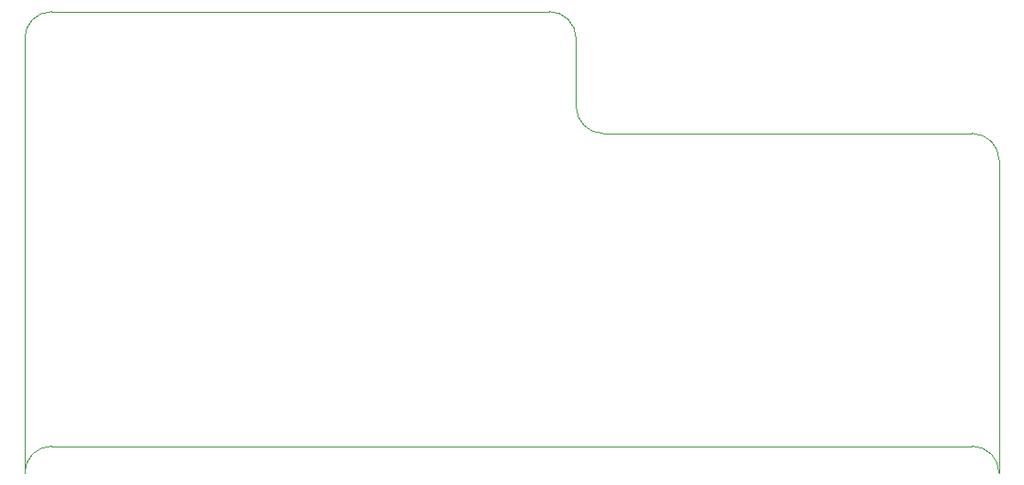
<source format=gbr>
%TF.GenerationSoftware,KiCad,Pcbnew,9.0.2*%
%TF.CreationDate,2025-07-24T16:09:36+02:00*%
%TF.ProjectId,Oscilli,4f736369-6c6c-4692-9e6b-696361645f70,rev?*%
%TF.SameCoordinates,Original*%
%TF.FileFunction,Profile,NP*%
%FSLAX46Y46*%
G04 Gerber Fmt 4.6, Leading zero omitted, Abs format (unit mm)*
G04 Created by KiCad (PCBNEW 9.0.2) date 2025-07-24 16:09:36*
%MOMM*%
%LPD*%
G01*
G04 APERTURE LIST*
%TA.AperFunction,Profile*%
%ADD10C,0.050000*%
%TD*%
G04 APERTURE END LIST*
D10*
X127500000Y-155210000D02*
G75*
G02*
X130000000Y-157710000I0J-2500000D01*
G01*
X130000000Y-157710000D02*
X130000000Y-128772233D01*
X127500000Y-126272233D02*
X93430000Y-126272233D01*
X88430000Y-115000000D02*
G75*
G02*
X90930000Y-117500000I0J-2500000D01*
G01*
X127500000Y-126272233D02*
G75*
G02*
X129999967Y-128772233I0J-2499967D01*
G01*
X40000000Y-117500000D02*
G75*
G02*
X42500000Y-115000000I2500000J0D01*
G01*
X42500000Y-155210000D02*
X127500000Y-155210000D01*
X90930000Y-117500000D02*
X90930000Y-123772233D01*
X88430000Y-115000000D02*
X42500000Y-115000000D01*
X40000000Y-157710000D02*
X40000000Y-117500000D01*
X40000000Y-157710000D02*
G75*
G02*
X42500000Y-155210000I2500000J0D01*
G01*
X93430000Y-126272233D02*
G75*
G02*
X90929967Y-123772233I0J2500033D01*
G01*
M02*

</source>
